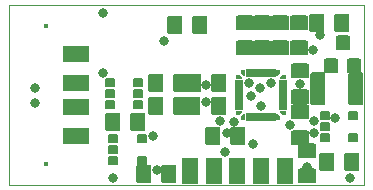
<source format=gbr>
G04 PROTEUS GERBER X2 FILE*
%TF.GenerationSoftware,Labcenter,Proteus,8.5-SP0-Build22067*%
%TF.CreationDate,2018-05-10T14:10:55+00:00*%
%TF.FileFunction,Soldermask,Top*%
%TF.FilePolarity,Negative*%
%TF.Part,Single*%
%FSLAX45Y45*%
%MOMM*%
G01*
%TA.AperFunction,Material*%
%ADD32C,0.812800*%
%AMPPAD027*
4,1,36,
-1.127000,-0.550000,
-1.127000,0.550000,
-1.124470,0.575970,
-1.117200,0.599980,
-1.105650,0.621580,
-1.090290,0.640290,
-1.071570,0.655650,
-1.049980,0.667200,
-1.025970,0.674470,
-1.000000,0.677000,
1.000000,0.677000,
1.025970,0.674470,
1.049980,0.667200,
1.071570,0.655650,
1.090290,0.640290,
1.105650,0.621580,
1.117200,0.599980,
1.124470,0.575970,
1.127000,0.550000,
1.127000,-0.550000,
1.124470,-0.575970,
1.117200,-0.599980,
1.105650,-0.621580,
1.090290,-0.640290,
1.071570,-0.655650,
1.049980,-0.667200,
1.025970,-0.674470,
1.000000,-0.677000,
-1.000000,-0.677000,
-1.025970,-0.674470,
-1.049980,-0.667200,
-1.071570,-0.655650,
-1.090290,-0.640290,
-1.105650,-0.621580,
-1.117200,-0.599980,
-1.124470,-0.575970,
-1.127000,-0.550000,
0*%
%ADD33PPAD027*%
%AMPPAD028*
4,1,48,
-0.190500,-0.038100,
-0.190500,0.038100,
-0.189730,0.053940,
-0.187470,0.069260,
-0.183780,0.084000,
-0.178740,0.098080,
-0.164880,0.123990,
-0.146440,0.146440,
-0.123990,0.164880,
-0.098080,0.178740,
-0.069260,0.187470,
-0.053940,0.189730,
-0.038100,0.190500,
0.038100,0.190500,
0.053940,0.189730,
0.069260,0.187470,
0.098080,0.178740,
0.123990,0.164880,
0.146440,0.146440,
0.164880,0.123990,
0.178740,0.098080,
0.183780,0.084000,
0.187470,0.069260,
0.189730,0.053940,
0.190500,0.038100,
0.190500,-0.038100,
0.189730,-0.053940,
0.187470,-0.069260,
0.183780,-0.084000,
0.178740,-0.098080,
0.164880,-0.123990,
0.146440,-0.146440,
0.123990,-0.164880,
0.098080,-0.178740,
0.069260,-0.187470,
0.053940,-0.189730,
0.038100,-0.190500,
-0.038100,-0.190500,
-0.053940,-0.189730,
-0.069260,-0.187470,
-0.098080,-0.178740,
-0.123990,-0.164880,
-0.146440,-0.146440,
-0.164880,-0.123990,
-0.178740,-0.098080,
-0.183780,-0.084000,
-0.187470,-0.069260,
-0.189730,-0.053940,
-0.190500,-0.038100,
0*%
%ADD34PPAD028*%
%AMPPAD029*
4,1,36,
0.444500,0.254000,
0.444500,-0.254000,
0.441970,-0.279970,
0.434700,-0.303980,
0.423150,-0.325580,
0.407790,-0.344290,
0.389070,-0.359650,
0.367480,-0.371200,
0.343470,-0.378470,
0.317500,-0.381000,
-0.317500,-0.381000,
-0.343470,-0.378470,
-0.367480,-0.371200,
-0.389070,-0.359650,
-0.407790,-0.344290,
-0.423150,-0.325580,
-0.434700,-0.303980,
-0.441970,-0.279970,
-0.444500,-0.254000,
-0.444500,0.254000,
-0.441970,0.279970,
-0.434700,0.303980,
-0.423150,0.325580,
-0.407790,0.344290,
-0.389070,0.359650,
-0.367480,0.371200,
-0.343470,0.378470,
-0.317500,0.381000,
0.317500,0.381000,
0.343470,0.378470,
0.367480,0.371200,
0.389070,0.359650,
0.407790,0.344290,
0.423150,0.325580,
0.434700,0.303980,
0.441970,0.279970,
0.444500,0.254000,
0*%
%ADD35PPAD029*%
%AMPPAD030*
4,1,36,
-0.508000,0.762000,
0.508000,0.762000,
0.533970,0.759470,
0.557980,0.752200,
0.579580,0.740650,
0.598290,0.725290,
0.613650,0.706570,
0.625200,0.684980,
0.632470,0.660970,
0.635000,0.635000,
0.635000,-0.635000,
0.632470,-0.660970,
0.625200,-0.684980,
0.613650,-0.706570,
0.598290,-0.725290,
0.579580,-0.740650,
0.557980,-0.752200,
0.533970,-0.759470,
0.508000,-0.762000,
-0.508000,-0.762000,
-0.533970,-0.759470,
-0.557980,-0.752200,
-0.579580,-0.740650,
-0.598290,-0.725290,
-0.613650,-0.706570,
-0.625200,-0.684980,
-0.632470,-0.660970,
-0.635000,-0.635000,
-0.635000,0.635000,
-0.632470,0.660970,
-0.625200,0.684980,
-0.613650,0.706570,
-0.598290,0.725290,
-0.579580,0.740650,
-0.557980,0.752200,
-0.533970,0.759470,
-0.508000,0.762000,
0*%
%ADD36PPAD030*%
%AMPPAD031*
4,1,5,
0.250000,0.150000,
0.250000,-0.150000,
-0.100000,-0.150000,
-0.250000,0.000000,
-0.250000,0.150000,
0.250000,0.150000,
0*%
%ADD37PPAD031*%
%AMPPAD032*
4,1,36,
-0.365000,-0.150000,
-0.365000,0.150000,
-0.363210,0.168400,
-0.358060,0.185420,
-0.349870,0.200720,
-0.338980,0.213980,
-0.325720,0.224870,
-0.310420,0.233060,
-0.293400,0.238210,
-0.275000,0.240000,
0.275000,0.240000,
0.293400,0.238210,
0.310420,0.233060,
0.325720,0.224870,
0.338980,0.213980,
0.349870,0.200720,
0.358060,0.185420,
0.363210,0.168400,
0.365000,0.150000,
0.365000,-0.150000,
0.363210,-0.168400,
0.358060,-0.185420,
0.349870,-0.200720,
0.338980,-0.213980,
0.325720,-0.224870,
0.310420,-0.233060,
0.293400,-0.238210,
0.275000,-0.240000,
-0.275000,-0.240000,
-0.293400,-0.238210,
-0.310420,-0.233060,
-0.325720,-0.224870,
-0.338980,-0.213980,
-0.349870,-0.200720,
-0.358060,-0.185420,
-0.363210,-0.168400,
-0.365000,-0.150000,
0*%
%ADD38PPAD032*%
%AMPPAD033*
4,1,5,
0.250000,-0.150000,
0.250000,0.150000,
-0.100000,0.150000,
-0.250000,0.000000,
-0.250000,-0.150000,
0.250000,-0.150000,
0*%
%ADD39PPAD033*%
%AMPPAD034*
4,1,5,
-0.150000,0.250000,
0.150000,0.250000,
0.150000,-0.100000,
0.000000,-0.250000,
-0.150000,-0.250000,
-0.150000,0.250000,
0*%
%ADD40PPAD034*%
%AMPPAD035*
4,1,36,
0.150000,-0.365000,
-0.150000,-0.365000,
-0.168400,-0.363210,
-0.185420,-0.358060,
-0.200720,-0.349870,
-0.213980,-0.338980,
-0.224870,-0.325720,
-0.233060,-0.310420,
-0.238210,-0.293400,
-0.240000,-0.275000,
-0.240000,0.275000,
-0.238210,0.293400,
-0.233060,0.310420,
-0.224870,0.325720,
-0.213980,0.338980,
-0.200720,0.349870,
-0.185420,0.358060,
-0.168400,0.363210,
-0.150000,0.365000,
0.150000,0.365000,
0.168400,0.363210,
0.185420,0.358060,
0.200720,0.349870,
0.213980,0.338980,
0.224870,0.325720,
0.233060,0.310420,
0.238210,0.293400,
0.240000,0.275000,
0.240000,-0.275000,
0.238210,-0.293400,
0.233060,-0.310420,
0.224870,-0.325720,
0.213980,-0.338980,
0.200720,-0.349870,
0.185420,-0.358060,
0.168400,-0.363210,
0.150000,-0.365000,
0*%
%ADD41PPAD035*%
%AMPPAD036*
4,1,5,
0.150000,0.250000,
-0.150000,0.250000,
-0.150000,-0.100000,
0.000000,-0.250000,
0.150000,-0.250000,
0.150000,0.250000,
0*%
%ADD42PPAD036*%
%AMPPAD037*
4,1,5,
-0.250000,-0.150000,
-0.250000,0.150000,
0.100000,0.150000,
0.250000,0.000000,
0.250000,-0.150000,
-0.250000,-0.150000,
0*%
%ADD43PPAD037*%
%AMPPAD038*
4,1,5,
-0.250000,0.150000,
-0.250000,-0.150000,
0.100000,-0.150000,
0.250000,0.000000,
0.250000,0.150000,
-0.250000,0.150000,
0*%
%ADD44PPAD038*%
%AMPPAD039*
4,1,5,
0.150000,-0.250000,
-0.150000,-0.250000,
-0.150000,0.100000,
0.000000,0.250000,
0.150000,0.250000,
0.150000,-0.250000,
0*%
%ADD45PPAD039*%
%AMPPAD040*
4,1,5,
-0.150000,-0.250000,
0.150000,-0.250000,
0.150000,0.100000,
0.000000,0.250000,
-0.150000,0.250000,
-0.150000,-0.250000,
0*%
%ADD46PPAD040*%
%AMPPAD041*
4,1,36,
0.444500,-0.635000,
-0.444500,-0.635000,
-0.470470,-0.632470,
-0.494480,-0.625200,
-0.516080,-0.613650,
-0.534790,-0.598290,
-0.550150,-0.579570,
-0.561700,-0.557980,
-0.568970,-0.533970,
-0.571500,-0.508000,
-0.571500,0.508000,
-0.568970,0.533970,
-0.561700,0.557980,
-0.550150,0.579570,
-0.534790,0.598290,
-0.516080,0.613650,
-0.494480,0.625200,
-0.470470,0.632470,
-0.444500,0.635000,
0.444500,0.635000,
0.470470,0.632470,
0.494480,0.625200,
0.516080,0.613650,
0.534790,0.598290,
0.550150,0.579570,
0.561700,0.557980,
0.568970,0.533970,
0.571500,0.508000,
0.571500,-0.508000,
0.568970,-0.533970,
0.561700,-0.557980,
0.550150,-0.579570,
0.534790,-0.598290,
0.516080,-0.613650,
0.494480,-0.625200,
0.470470,-0.632470,
0.444500,-0.635000,
0*%
%ADD47PPAD041*%
%AMPPAD042*
4,1,36,
0.508000,-1.397000,
-0.508000,-1.397000,
-0.533970,-1.394470,
-0.557980,-1.387200,
-0.579580,-1.375650,
-0.598290,-1.360290,
-0.613650,-1.341570,
-0.625200,-1.319980,
-0.632470,-1.295970,
-0.635000,-1.270000,
-0.635000,1.270000,
-0.632470,1.295970,
-0.625200,1.319980,
-0.613650,1.341570,
-0.598290,1.360290,
-0.579580,1.375650,
-0.557980,1.387200,
-0.533970,1.394470,
-0.508000,1.397000,
0.508000,1.397000,
0.533970,1.394470,
0.557980,1.387200,
0.579580,1.375650,
0.598290,1.360290,
0.613650,1.341570,
0.625200,1.319980,
0.632470,1.295970,
0.635000,1.270000,
0.635000,-1.270000,
0.632470,-1.295970,
0.625200,-1.319980,
0.613650,-1.341570,
0.598290,-1.360290,
0.579580,-1.375650,
0.557980,-1.387200,
0.533970,-1.394470,
0.508000,-1.397000,
0*%
%ADD48PPAD042*%
%AMPPAD043*
4,1,36,
0.762000,0.508000,
0.762000,-0.508000,
0.759470,-0.533970,
0.752200,-0.557980,
0.740650,-0.579580,
0.725290,-0.598290,
0.706570,-0.613650,
0.684980,-0.625200,
0.660970,-0.632470,
0.635000,-0.635000,
-0.635000,-0.635000,
-0.660970,-0.632470,
-0.684980,-0.625200,
-0.706570,-0.613650,
-0.725290,-0.598290,
-0.740650,-0.579580,
-0.752200,-0.557980,
-0.759470,-0.533970,
-0.762000,-0.508000,
-0.762000,0.508000,
-0.759470,0.533970,
-0.752200,0.557980,
-0.740650,0.579580,
-0.725290,0.598290,
-0.706570,0.613650,
-0.684980,0.625200,
-0.660970,0.632470,
-0.635000,0.635000,
0.635000,0.635000,
0.660970,0.632470,
0.684980,0.625200,
0.706570,0.613650,
0.725290,0.598290,
0.740650,0.579580,
0.752200,0.557980,
0.759470,0.533970,
0.762000,0.508000,
0*%
%ADD49PPAD043*%
%AMPPAD044*
4,1,36,
-0.550000,1.127000,
0.550000,1.127000,
0.575970,1.124470,
0.599980,1.117200,
0.621580,1.105650,
0.640290,1.090290,
0.655650,1.071570,
0.667200,1.049980,
0.674470,1.025970,
0.677000,1.000000,
0.677000,-1.000000,
0.674470,-1.025970,
0.667200,-1.049980,
0.655650,-1.071570,
0.640290,-1.090290,
0.621580,-1.105650,
0.599980,-1.117200,
0.575970,-1.124470,
0.550000,-1.127000,
-0.550000,-1.127000,
-0.575970,-1.124470,
-0.599980,-1.117200,
-0.621580,-1.105650,
-0.640290,-1.090290,
-0.655650,-1.071570,
-0.667200,-1.049980,
-0.674470,-1.025970,
-0.677000,-1.000000,
-0.677000,1.000000,
-0.674470,1.025970,
-0.667200,1.049980,
-0.655650,1.071570,
-0.640290,1.090290,
-0.621580,1.105650,
-0.599980,1.117200,
-0.575970,1.124470,
-0.550000,1.127000,
0*%
%ADD50PPAD044*%
%TA.AperFunction,Profile*%
%ADD28C,0.101600*%
D32*
X-1270000Y-63500D03*
X-1270000Y+63500D03*
X+1079500Y+381000D03*
X-698500Y+190500D03*
X+1397000Y-698500D03*
X-610000Y-698500D03*
X+637672Y-88442D03*
X+335655Y-483779D03*
X-271373Y-346005D03*
X+553720Y-5080D03*
X+177800Y+88900D03*
X+1030000Y-610000D03*
X-698500Y+698500D03*
X+723900Y+104140D03*
X+352140Y-317500D03*
X-238760Y-635000D03*
X+571500Y-414020D03*
X+410000Y-230000D03*
X+1270000Y-190500D03*
X+889000Y-254000D03*
X+1143000Y+508000D03*
X+1090263Y-324591D03*
X+970000Y+90000D03*
X+1084580Y-218440D03*
X+170000Y-60000D03*
X+294488Y-221954D03*
X+635000Y+63500D03*
X+533936Y+100404D03*
X-180329Y+461239D03*
D33*
X-930000Y-350000D03*
X-930000Y-100000D03*
X-930000Y+100000D03*
X-930000Y+350000D03*
D34*
X-1180000Y-585000D03*
X-1180000Y+585000D03*
D35*
X-640000Y+103980D03*
X-640000Y+10000D03*
X-640000Y-86520D03*
X-401240Y-86520D03*
X-401240Y+7460D03*
X-401240Y+103980D03*
D36*
X-250000Y+100000D03*
X-36640Y+100000D03*
X-250000Y-90000D03*
X-36640Y-90000D03*
X+66640Y-90000D03*
X+280000Y-90000D03*
X+70000Y+100000D03*
X+283360Y+100000D03*
D37*
X+825000Y-150000D03*
D38*
X+825000Y-100000D03*
X+825000Y-50000D03*
X+825000Y+0D03*
X+825000Y+50000D03*
X+825000Y+100000D03*
D39*
X+825000Y+150000D03*
D40*
X+787500Y+187500D03*
D41*
X+737500Y+187500D03*
X+687500Y+187500D03*
X+637500Y+187500D03*
X+587500Y+187500D03*
X+537500Y+187500D03*
D42*
X+487500Y+187500D03*
D43*
X+450000Y+150000D03*
D38*
X+450000Y+100000D03*
X+450000Y+50000D03*
X+450000Y+0D03*
X+450000Y-50000D03*
X+450000Y-100000D03*
D44*
X+450000Y-150000D03*
D45*
X+487500Y-187500D03*
D41*
X+537500Y-187500D03*
X+587500Y-187500D03*
X+637500Y-187500D03*
X+687500Y-187500D03*
X+737500Y-187500D03*
D46*
X+787500Y-187500D03*
D36*
X-400000Y-230000D03*
X-613360Y-230000D03*
D35*
X-610000Y-370000D03*
X-610000Y-463980D03*
X-610000Y-560500D03*
X-371240Y-560500D03*
X-371240Y-370000D03*
D36*
X-350000Y-670000D03*
X-136640Y-670000D03*
X+1413360Y-570000D03*
X+1200000Y-570000D03*
D35*
X+1178080Y-173480D03*
X+1178080Y-267460D03*
X+1178080Y-363980D03*
X+1416840Y-363980D03*
X+1416840Y-173480D03*
D47*
X+1330000Y+440000D03*
X+1236020Y+249500D03*
X+1423980Y+249500D03*
D48*
X+1440000Y+50000D03*
X+1125040Y+50000D03*
D49*
X+970000Y+200000D03*
X+970000Y-13360D03*
D36*
X+1323360Y+610000D03*
X+1110000Y+610000D03*
D49*
X+960000Y+613360D03*
X+960000Y+400000D03*
X+800000Y+613360D03*
X+800000Y+400000D03*
D36*
X+444500Y-350000D03*
X+231140Y-350000D03*
D49*
X+650000Y+610000D03*
X+650000Y+396640D03*
X+500000Y+400000D03*
X+500000Y+613360D03*
D36*
X-90000Y+590000D03*
X+123360Y+590000D03*
D49*
X+1030000Y-683360D03*
X+1030000Y-470000D03*
X+970000Y-146640D03*
X+970000Y-360000D03*
D50*
X+40000Y-640000D03*
X+40000Y-640000D03*
X+240000Y-640000D03*
X+440000Y-640000D03*
X+640000Y-640000D03*
X+840000Y-640000D03*
D28*
X-1490000Y-760000D02*
X+1510000Y-760000D01*
X+1510000Y+760000D01*
X-1490000Y+760000D01*
X-1490000Y-760000D01*
M02*

</source>
